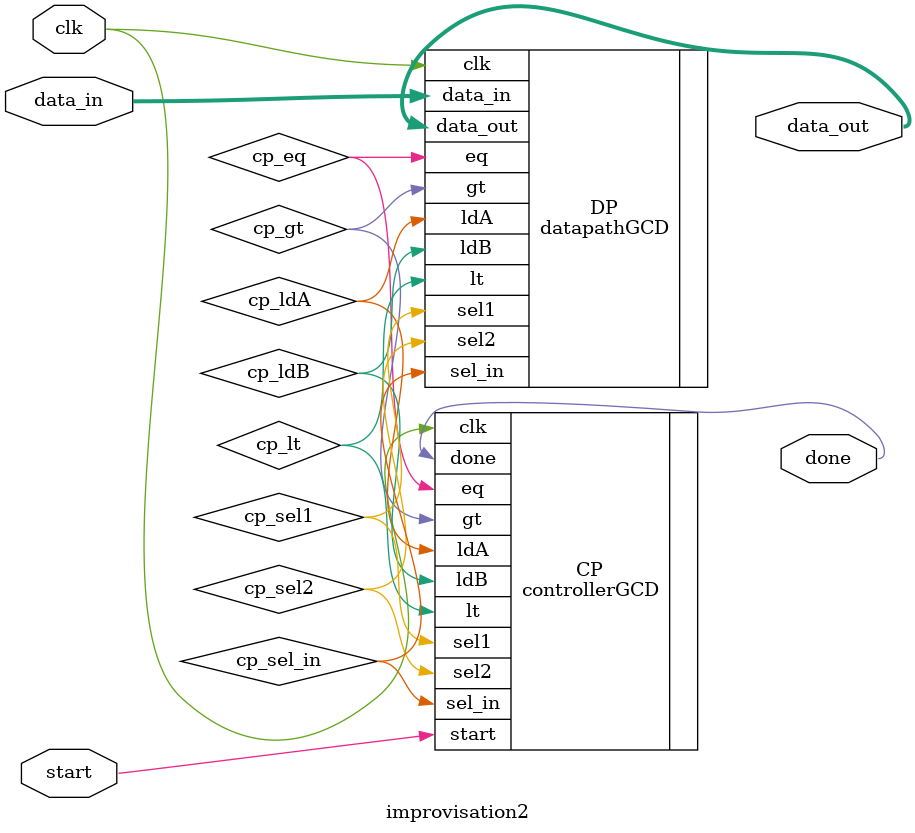
<source format=v>
`timescale 1ns / 1ps

module improvisation2(
  input clk,
  input start,
  input [15:0] data_in,
  output [15:0] data_out,
  output done
    );
    
    
    wire cp_ldA,cp_ldB,cp_sel1,cp_sel2,cp_sel_in; 
    wire cp_eq,cp_gt,cp_lt;
    
    datapathGCD DP(
     .clk(clk),
     .ldA(cp_ldA),
     .ldB(cp_ldB),
     .sel1(cp_sel1),
     .sel2(cp_sel2),
     .sel_in(cp_sel_in),
     .data_in(data_in),
     .data_out(data_out),
     .gt(cp_gt),
     .lt(cp_lt),
     .eq(cp_eq)
    );
    
     controllerGCD CP(
     .clk(clk),
     .start(start),
     .lt(cp_lt),
     .gt(cp_gt),
     .eq(cp_eq),
     .ldA(cp_ldA),
     .ldB(cp_ldB),
     .sel1(cp_sel1),
     .sel2(cp_sel2),
     .sel_in(cp_sel_in),
     .done(done)
     );
     
endmodule

</source>
